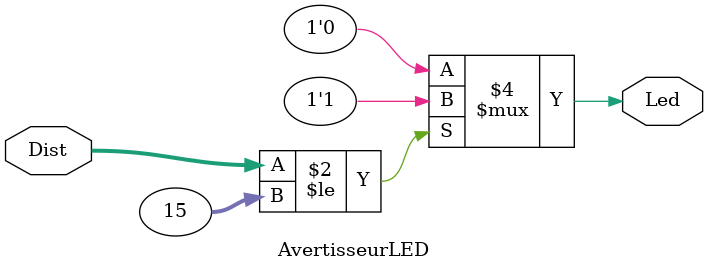
<source format=v>
module AvertisseurLED(Dist,Led);

parameter BUS_SIZE = 8;
parameter MIN_VAL = 15;

input[BUS_SIZE-1:0] Dist;

output Led;
reg Led;

always @(Dist)
begin
	if(Dist <= MIN_VAL)
	begin
		Led <= 1;
	end
	else
	begin
		Led <= 0;
	end
end

endmodule
</source>
